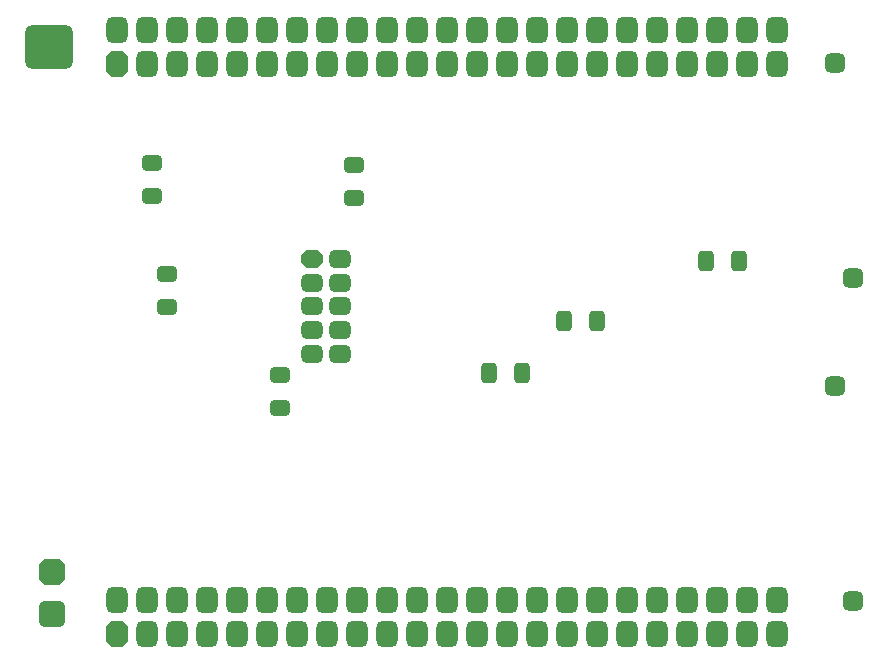
<source format=gbr>
%TF.GenerationSoftware,Altium Limited,Altium Designer,25.4.2 (15)*%
G04 Layer_Color=16711935*
%FSLAX45Y45*%
%MOMM*%
%TF.SameCoordinates,EE14137D-E0DD-4410-96C1-A075B8BE80D9*%
%TF.FilePolarity,Negative*%
%TF.FileFunction,Soldermask,Bot*%
%TF.Part,Single*%
G01*
G75*
%TA.AperFunction,SMDPad,CuDef*%
G04:AMPARAMS|DCode=98|XSize=1.73mm|YSize=1.33mm|CornerRadius=0.3525mm|HoleSize=0mm|Usage=FLASHONLY|Rotation=0.000|XOffset=0mm|YOffset=0mm|HoleType=Round|Shape=RoundedRectangle|*
%AMROUNDEDRECTD98*
21,1,1.73000,0.62500,0,0,0.0*
21,1,1.02500,1.33000,0,0,0.0*
1,1,0.70500,0.51250,-0.31250*
1,1,0.70500,-0.51250,-0.31250*
1,1,0.70500,-0.51250,0.31250*
1,1,0.70500,0.51250,0.31250*
%
%ADD98ROUNDEDRECTD98*%
G04:AMPARAMS|DCode=99|XSize=1.73mm|YSize=1.33mm|CornerRadius=0.3525mm|HoleSize=0mm|Usage=FLASHONLY|Rotation=90.000|XOffset=0mm|YOffset=0mm|HoleType=Round|Shape=RoundedRectangle|*
%AMROUNDEDRECTD99*
21,1,1.73000,0.62500,0,0,90.0*
21,1,1.02500,1.33000,0,0,90.0*
1,1,0.70500,0.31250,0.51250*
1,1,0.70500,0.31250,-0.51250*
1,1,0.70500,-0.31250,-0.51250*
1,1,0.70500,-0.31250,0.51250*
%
%ADD99ROUNDEDRECTD99*%
%TA.AperFunction,ComponentPad*%
G04:AMPARAMS|DCode=100|XSize=1.63mm|YSize=1.68mm|CornerRadius=0.4275mm|HoleSize=0mm|Usage=FLASHONLY|Rotation=270.000|XOffset=0mm|YOffset=0mm|HoleType=Round|Shape=RoundedRectangle|*
%AMROUNDEDRECTD100*
21,1,1.63000,0.82500,0,0,270.0*
21,1,0.77500,1.68000,0,0,270.0*
1,1,0.85500,-0.41250,-0.38750*
1,1,0.85500,-0.41250,0.38750*
1,1,0.85500,0.41250,0.38750*
1,1,0.85500,0.41250,-0.38750*
%
%ADD100ROUNDEDRECTD100*%
G04:AMPARAMS|DCode=101|XSize=1.78mm|YSize=2.18mm|CornerRadius=0.465mm|HoleSize=0mm|Usage=FLASHONLY|Rotation=0.000|XOffset=0mm|YOffset=0mm|HoleType=Round|Shape=RoundedRectangle|*
%AMROUNDEDRECTD101*
21,1,1.78000,1.25001,0,0,0.0*
21,1,0.85000,2.18000,0,0,0.0*
1,1,0.93000,0.42500,-0.62500*
1,1,0.93000,-0.42500,-0.62500*
1,1,0.93000,-0.42500,0.62500*
1,1,0.93000,0.42500,0.62500*
%
%ADD101ROUNDEDRECTD101*%
G04:AMPARAMS|DCode=102|XSize=1.78mm|YSize=2.18mm|CornerRadius=0mm|HoleSize=0mm|Usage=FLASHONLY|Rotation=0.000|XOffset=0mm|YOffset=0mm|HoleType=Round|Shape=Octagon|*
%AMOCTAGOND102*
4,1,8,-0.44500,1.09000,0.44500,1.09000,0.89000,0.64500,0.89000,-0.64500,0.44500,-1.09000,-0.44500,-1.09000,-0.89000,-0.64500,-0.89000,0.64500,-0.44500,1.09000,0.0*
%
%ADD102OCTAGOND102*%

G04:AMPARAMS|DCode=103|XSize=1.48mm|YSize=1.78mm|CornerRadius=0.39mm|HoleSize=0mm|Usage=FLASHONLY|Rotation=270.000|XOffset=0mm|YOffset=0mm|HoleType=Round|Shape=RoundedRectangle|*
%AMROUNDEDRECTD103*
21,1,1.48000,1.00000,0,0,270.0*
21,1,0.70000,1.78000,0,0,270.0*
1,1,0.78000,-0.50000,-0.35000*
1,1,0.78000,-0.50000,0.35000*
1,1,0.78000,0.50000,0.35000*
1,1,0.78000,0.50000,-0.35000*
%
%ADD103ROUNDEDRECTD103*%
G04:AMPARAMS|DCode=104|XSize=1.48mm|YSize=1.78mm|CornerRadius=0mm|HoleSize=0mm|Usage=FLASHONLY|Rotation=270.000|XOffset=0mm|YOffset=0mm|HoleType=Round|Shape=Octagon|*
%AMOCTAGOND104*
4,1,8,0.89000,0.37000,0.89000,-0.37000,0.52000,-0.74000,-0.52000,-0.74000,-0.89000,-0.37000,-0.89000,0.37000,-0.52000,0.74000,0.52000,0.74000,0.89000,0.37000,0.0*
%
%ADD104OCTAGOND104*%

G04:AMPARAMS|DCode=105|XSize=4.08mm|YSize=3.68mm|CornerRadius=0.58mm|HoleSize=0mm|Usage=FLASHONLY|Rotation=0.000|XOffset=0mm|YOffset=0mm|HoleType=Round|Shape=RoundedRectangle|*
%AMROUNDEDRECTD105*
21,1,4.08000,2.52000,0,0,0.0*
21,1,2.92000,3.68000,0,0,0.0*
1,1,1.16000,1.46000,-1.26000*
1,1,1.16000,-1.46000,-1.26000*
1,1,1.16000,-1.46000,1.26000*
1,1,1.16000,1.46000,1.26000*
%
%ADD105ROUNDEDRECTD105*%
G04:AMPARAMS|DCode=106|XSize=2.28mm|YSize=2.28mm|CornerRadius=0mm|HoleSize=0mm|Usage=FLASHONLY|Rotation=270.000|XOffset=0mm|YOffset=0mm|HoleType=Round|Shape=Octagon|*
%AMOCTAGOND106*
4,1,8,-0.57000,-1.14000,0.57000,-1.14000,1.14000,-0.57000,1.14000,0.57000,0.57000,1.14000,-0.57000,1.14000,-1.14000,0.57000,-1.14000,-0.57000,-0.57000,-1.14000,0.0*
%
%ADD106OCTAGOND106*%

G04:AMPARAMS|DCode=107|XSize=2.28mm|YSize=2.28mm|CornerRadius=0.59mm|HoleSize=0mm|Usage=FLASHONLY|Rotation=270.000|XOffset=0mm|YOffset=0mm|HoleType=Round|Shape=RoundedRectangle|*
%AMROUNDEDRECTD107*
21,1,2.28000,1.10000,0,0,270.0*
21,1,1.10000,2.28000,0,0,270.0*
1,1,1.18000,-0.55000,-0.55000*
1,1,1.18000,-0.55000,0.55000*
1,1,1.18000,0.55000,0.55000*
1,1,1.18000,0.55000,-0.55000*
%
%ADD107ROUNDEDRECTD107*%
D98*
X4038072Y3862450D02*
D03*
Y4142450D02*
D03*
X2460000Y3220000D02*
D03*
Y2940000D02*
D03*
X2330000Y4160000D02*
D03*
Y3880000D02*
D03*
X3410000Y2370000D02*
D03*
Y2090000D02*
D03*
D99*
X5460000Y2380000D02*
D03*
X5180000D02*
D03*
X7300000Y3330000D02*
D03*
X7020000D02*
D03*
X5820000Y2820000D02*
D03*
X6100000D02*
D03*
D100*
X8263000Y455000D02*
D03*
X8113000Y2275000D02*
D03*
X8263000Y3185000D02*
D03*
X8113000Y5005000D02*
D03*
D101*
X7620000Y464500D02*
D03*
X7366000D02*
D03*
X7112000D02*
D03*
X6858000D02*
D03*
X6604000D02*
D03*
X6350000D02*
D03*
X6096000D02*
D03*
X5842000D02*
D03*
X5588000D02*
D03*
X5334000D02*
D03*
X5080000D02*
D03*
X4826000D02*
D03*
X4572000D02*
D03*
X4318000D02*
D03*
X4064000D02*
D03*
X3810000D02*
D03*
X3556000D02*
D03*
X3302000D02*
D03*
X3048000D02*
D03*
X2794000D02*
D03*
X2540000D02*
D03*
X2286000D02*
D03*
X2032000D02*
D03*
X7620000Y170500D02*
D03*
X7366000D02*
D03*
X7112000D02*
D03*
X6858000D02*
D03*
X6604000D02*
D03*
X6350000D02*
D03*
X6096000D02*
D03*
X5842000D02*
D03*
X5588000D02*
D03*
X5334000D02*
D03*
X5080000D02*
D03*
X4826000D02*
D03*
X4572000D02*
D03*
X4318000D02*
D03*
X4064000D02*
D03*
X3810000D02*
D03*
X3556000D02*
D03*
X3302000D02*
D03*
X3048000D02*
D03*
X2794000D02*
D03*
X2540000D02*
D03*
X2286000D02*
D03*
X7620000Y5290500D02*
D03*
X7366000D02*
D03*
X7112000D02*
D03*
X6858000D02*
D03*
X6604000D02*
D03*
X6350000D02*
D03*
X6096000D02*
D03*
X5842000D02*
D03*
X5588000D02*
D03*
X5334000D02*
D03*
X5080000D02*
D03*
X4826000D02*
D03*
X4572000D02*
D03*
X4318000D02*
D03*
X4064000D02*
D03*
X3810000D02*
D03*
X3556000D02*
D03*
X3302000D02*
D03*
X3048000D02*
D03*
X2794000D02*
D03*
X2540000D02*
D03*
X2286000D02*
D03*
X2032000D02*
D03*
X7620000Y4996500D02*
D03*
X7366000D02*
D03*
X7112000D02*
D03*
X6858000D02*
D03*
X6604000D02*
D03*
X6350000D02*
D03*
X6096000D02*
D03*
X5842000D02*
D03*
X5588000D02*
D03*
X5334000D02*
D03*
X5080000D02*
D03*
X4826000D02*
D03*
X4572000D02*
D03*
X4318000D02*
D03*
X4064000D02*
D03*
X3810000D02*
D03*
X3556000D02*
D03*
X3302000D02*
D03*
X3048000D02*
D03*
X2794000D02*
D03*
X2540000D02*
D03*
X2286000D02*
D03*
D102*
X2032000Y170500D02*
D03*
Y4996500D02*
D03*
D103*
X3920000Y2548000D02*
D03*
Y2748000D02*
D03*
Y2948000D02*
D03*
Y3148000D02*
D03*
Y3348000D02*
D03*
X3680000Y2548000D02*
D03*
Y2748000D02*
D03*
Y2948000D02*
D03*
Y3148000D02*
D03*
D104*
Y3348000D02*
D03*
D105*
X1460500Y5143500D02*
D03*
D106*
X1480000Y695000D02*
D03*
D107*
Y345000D02*
D03*
%TF.MD5,ec2180cfde30a4fba9f4ffc596624029*%
M02*

</source>
